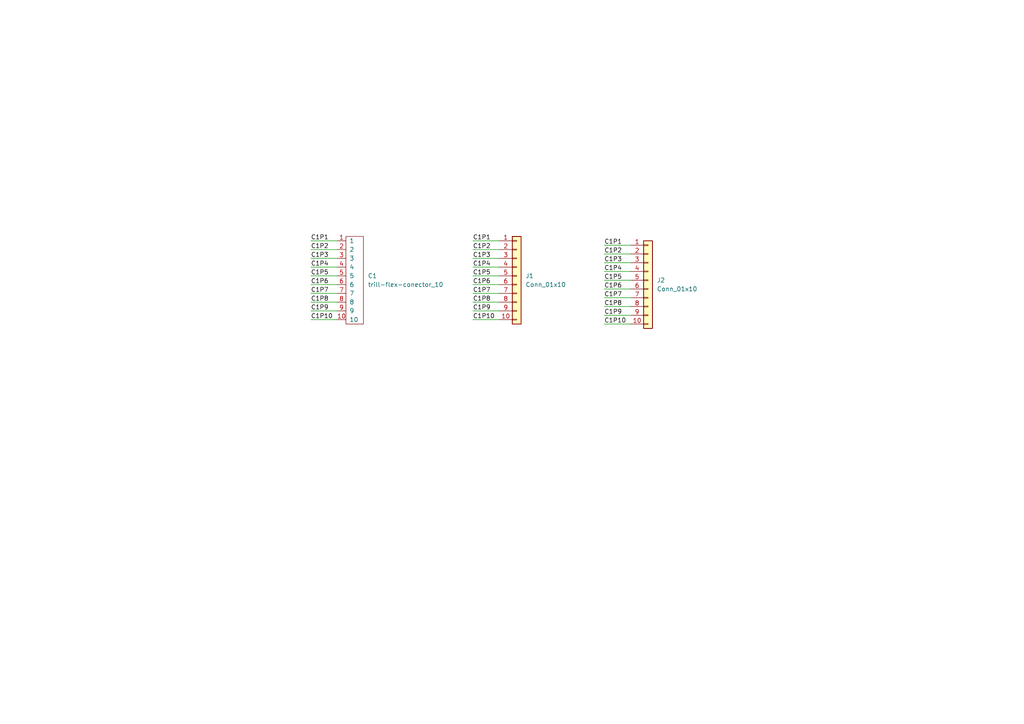
<source format=kicad_sch>
(kicad_sch (version 20211123) (generator eeschema)
  (paper "A4")
  (lib_symbols
    (symbol "Connector_Generic:Conn_01x10" (pin_names (offset 1.016) hide)
      (property "Reference" "J" (at 0 12.7 0))
      (property "Value" "Conn_01x10" (at 0 -15.24 0))
      (symbol "Conn_01x10_1_1"
        (rectangle (start -1.27 -12.573) (end 0 -12.827) (stroke (width 0.1524)))
        (rectangle (start -1.27 -10.033) (end 0 -10.287) (stroke (width 0.1524)))
        (rectangle (start -1.27 -7.493) (end 0 -7.747) (stroke (width 0.1524)))
        (rectangle (start -1.27 -4.953) (end 0 -5.207) (stroke (width 0.1524)))
        (rectangle (start -1.27 -2.413) (end 0 -2.667) (stroke (width 0.1524)))
        (rectangle (start -1.27 0.127) (end 0 -0.127) (stroke (width 0.1524)))
        (rectangle (start -1.27 2.667) (end 0 2.413) (stroke (width 0.1524)))
        (rectangle (start -1.27 5.207) (end 0 4.953) (stroke (width 0.1524)))
        (rectangle (start -1.27 7.747) (end 0 7.493) (stroke (width 0.1524)))
        (rectangle (start -1.27 10.287) (end 0 10.033) (stroke (width 0.1524)))
        (rectangle (start -1.27 11.43) (end 1.27 -13.97) (stroke (width 0.254)) (fill (type background)))
        (pin passive line (at -5.08 10.16 0) (length 3.81) (name "Pin_1") (number "1"))
        (pin passive line (at -5.08 -12.7 0) (length 3.81) (name "Pin_10") (number "10"))
        (pin passive line (at -5.08 7.62 0) (length 3.81) (name "Pin_2") (number "2"))
        (pin passive line (at -5.08 5.08 0) (length 3.81) (name "Pin_3") (number "3"))
        (pin passive line (at -5.08 2.54 0) (length 3.81) (name "Pin_4") (number "4"))
        (pin passive line (at -5.08 0 0) (length 3.81) (name "Pin_5") (number "5"))
        (pin passive line (at -5.08 -2.54 0) (length 3.81) (name "Pin_6") (number "6"))
        (pin passive line (at -5.08 -5.08 0) (length 3.81) (name "Pin_7") (number "7"))
        (pin passive line (at -5.08 -7.62 0) (length 3.81) (name "Pin_8") (number "8"))
        (pin passive line (at -5.08 -10.16 0) (length 3.81) (name "Pin_9") (number "9"))
      )
    )
    (symbol "consolizer:trill-flex-conector_10" (pin_names (offset 1.016))
      (property "Reference" "C" (at 0 2.54 0))
      (property "Value" "trill-flex-conector_10" (at 0 5.08 0))
      (symbol "trill-flex-conector_10_0_1"
        (rectangle (start -2.54 -2.54) (end 2.54 -27.94))
      )
      (symbol "trill-flex-conector_10_1_1"
        (pin input line (at -5.08 -3.81 0) (length 2.54) (name "1") (number "1"))
        (pin input line (at -5.08 -26.67 0) (length 2.54) (name "10") (number "10"))
        (pin input line (at -5.08 -6.35 0) (length 2.54) (name "2") (number "2"))
        (pin input line (at -5.08 -8.89 0) (length 2.54) (name "3") (number "3"))
        (pin input line (at -5.08 -11.43 0) (length 2.54) (name "4") (number "4"))
        (pin input line (at -5.08 -13.97 0) (length 2.54) (name "5") (number "5"))
        (pin input line (at -5.08 -16.51 0) (length 2.54) (name "6") (number "6"))
        (pin input line (at -5.08 -19.05 0) (length 2.54) (name "7") (number "7"))
        (pin input line (at -5.08 -21.59 0) (length 2.54) (name "8") (number "8"))
        (pin input line (at -5.08 -24.13 0) (length 2.54) (name "9") (number "9"))
      )
    )
  )
  (wire (pts (xy 90.17 85.09) (xy 97.79 85.09)))
  (wire (pts (xy 90.17 87.63) (xy 97.79 87.63)))
  (wire (pts (xy 90.17 92.71) (xy 97.79 92.71)))
  (wire (pts (xy 175.26 91.44) (xy 182.88 91.44)))
  (wire (pts (xy 137.16 82.55) (xy 144.78 82.55)))
  (wire (pts (xy 137.16 87.63) (xy 144.78 87.63)))
  (wire (pts (xy 175.26 93.98) (xy 182.88 93.98)))
  (wire (pts (xy 137.16 74.93) (xy 144.78 74.93)))
  (wire (pts (xy 137.16 80.01) (xy 144.78 80.01)))
  (wire (pts (xy 175.26 71.12) (xy 182.88 71.12)))
  (wire (pts (xy 137.16 92.71) (xy 144.78 92.71)))
  (wire (pts (xy 175.26 86.36) (xy 182.88 86.36)))
  (wire (pts (xy 90.17 69.85) (xy 97.79 69.85)))
  (wire (pts (xy 175.26 83.82) (xy 182.88 83.82)))
  (wire (pts (xy 137.16 90.17) (xy 144.78 90.17)))
  (wire (pts (xy 175.26 73.66) (xy 182.88 73.66)))
  (wire (pts (xy 90.17 74.93) (xy 97.79 74.93)))
  (wire (pts (xy 175.26 76.2) (xy 182.88 76.2)))
  (wire (pts (xy 90.17 90.17) (xy 97.79 90.17)))
  (wire (pts (xy 137.16 69.85) (xy 144.78 69.85)))
  (wire (pts (xy 137.16 77.47) (xy 144.78 77.47)))
  (wire (pts (xy 137.16 85.09) (xy 144.78 85.09)))
  (wire (pts (xy 175.26 78.74) (xy 182.88 78.74)))
  (wire (pts (xy 90.17 77.47) (xy 97.79 77.47)))
  (wire (pts (xy 90.17 72.39) (xy 97.79 72.39)))
  (wire (pts (xy 175.26 81.28) (xy 182.88 81.28)))
  (wire (pts (xy 90.17 82.55) (xy 97.79 82.55)))
  (wire (pts (xy 90.17 80.01) (xy 97.79 80.01)))
  (wire (pts (xy 137.16 72.39) (xy 144.78 72.39)))
  (wire (pts (xy 175.26 88.9) (xy 182.88 88.9)))
  (label "C1P9" (at 90.17 90.17 0))
  (label "C1P6" (at 137.16 82.55 0))
  (label "C1P7" (at 137.16 85.09 0))
  (label "C1P3" (at 137.16 74.93 0))
  (label "C1P8" (at 90.17 87.63 0))
  (label "C1P8" (at 137.16 87.63 0))
  (label "C1P6" (at 175.26 83.82 0))
  (label "C1P4" (at 175.26 78.74 0))
  (label "C1P4" (at 137.16 77.47 0))
  (label "C1P8" (at 175.26 88.9 0))
  (label "C1P5" (at 90.17 80.01 0))
  (label "C1P10" (at 90.17 92.71 0))
  (label "C1P10" (at 175.26 93.98 0))
  (label "C1P2" (at 137.16 72.39 0))
  (label "C1P7" (at 175.26 86.36 0))
  (label "C1P1" (at 90.17 69.85 0))
  (label "C1P2" (at 175.26 73.66 0))
  (label "C1P1" (at 137.16 69.85 0))
  (label "C1P6" (at 90.17 82.55 0))
  (label "C1P9" (at 137.16 90.17 0))
  (label "C1P1" (at 175.26 71.12 0))
  (label "C1P5" (at 137.16 80.01 0))
  (label "C1P4" (at 90.17 77.47 0))
  (label "C1P5" (at 175.26 81.28 0))
  (label "C1P3" (at 175.26 76.2 0))
  (label "C1P3" (at 90.17 74.93 0))
  (label "C1P7" (at 90.17 85.09 0))
  (label "C1P9" (at 175.26 91.44 0))
  (label "C1P10" (at 137.16 92.71 0))
  (label "C1P2" (at 90.17 72.39 0))
  (symbol (lib_id "Connector_Generic:Conn_01x10") (at 187.96 81.28 0) (unit 1)
    (property "Reference" "J2" (at 190.5 81.2799 0) (effects (justify left)))
    (property "Value" "Conn_01x10" (at 190.5 83.8199 0) (effects (justify left)))
    (property "Footprint" "Connector_FFC-FPC:TE_1-1734839-0_1x10-1MP_P0.5mm_Horizontal" (effects hide))
  )
  (symbol (lib_id "Connector_Generic:Conn_01x10") (at 149.86 80.01 0) (unit 1)
    (property "Reference" "J1" (at 152.4 80.0099 0) (effects (justify left)))
    (property "Value" "Conn_01x10" (at 152.4 82.5499 0) (effects (justify left)))
    (property "Footprint" "Connector_FFC-FPC:TE_1-1734839-0_1x10-1MP_P0.5mm_Horizontal" (effects hide))
  )
  (symbol (lib_id "consolizer:trill-flex-conector_10") (at 102.87 66.04 0) (unit 1)
    (property "Reference" "C1" (at 106.68 80.0099 0) (effects (justify left)))
    (property "Value" "trill-flex-conector_10" (at 106.68 82.5499 0) (effects (justify left)))
    (property "Footprint" "consolizer:flex_short_10" (effects hide))
  )
)
</source>
